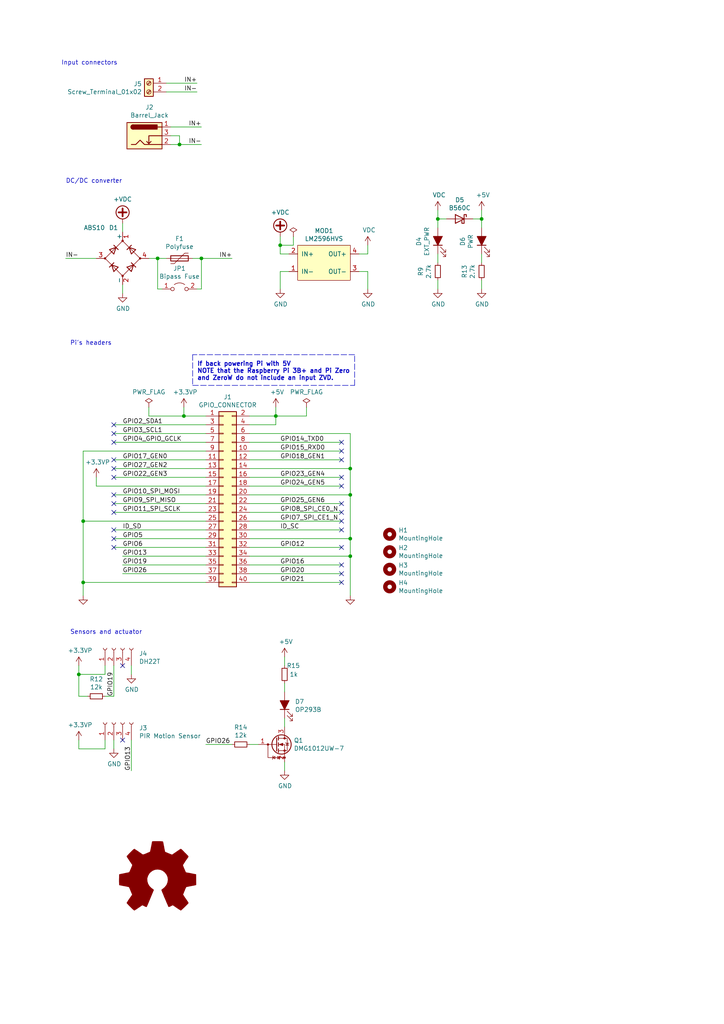
<source format=kicad_sch>
(kicad_sch (version 20211123) (generator eeschema)
  (paper "A4" portrait)
  (title_block (title "Raspberry Pi Zero (W) uHAT Power hat") (date "2021-12-19") (rev "1.1.0") (comment 1 "This Schematic is licensed under MIT Open Source License."))
  (lib_symbols
    (symbol "Connector:Barrel_Jack_Switch" (pin_names hide)
      (property "Reference" "J" (at 0 5.334 0))
      (property "Value" "Barrel_Jack_Switch" (at 0 -5.08 0))
      (symbol "Barrel_Jack_Switch_0_1"
        (rectangle (start -5.08 3.81) (end 5.08 -3.81) (stroke (width 0.254)) (fill (type background)))
        (arc (start -3.302 3.175) (mid -3.937 2.54) (end -3.302 1.905) (stroke (width 0.254)))
        (arc (start -3.302 3.175) (mid -3.937 2.54) (end -3.302 1.905) (stroke (width 0.254)) (fill (type outline)))
        (polyline (pts (xy 1.27 -2.286) (xy 1.905 -1.651)) (stroke (width 0.254)))
        (polyline (pts (xy 5.08 2.54) (xy 3.81 2.54)) (stroke (width 0.254)))
        (polyline (pts (xy 5.08 0) (xy 1.27 0) (xy 1.27 -2.286) (xy 0.635 -1.651)) (stroke (width 0.254)))
        (polyline (pts (xy -3.81 -2.54) (xy -2.54 -2.54) (xy -1.27 -1.27) (xy 0 -2.54) (xy 2.54 -2.54) (xy 5.08 -2.54)) (stroke (width 0.254)))
        (rectangle (start 3.683 3.175) (end -3.302 1.905) (stroke (width 0.254)) (fill (type outline)))
      )
      (symbol "Barrel_Jack_Switch_1_1"
        (pin passive line (at 7.62 2.54 180) (length 2.54) (name "~") (number "1"))
        (pin passive line (at 7.62 -2.54 180) (length 2.54) (name "~") (number "2"))
        (pin passive line (at 7.62 0 180) (length 2.54) (name "~") (number "3"))
      )
    )
    (symbol "Connector:Conn_01x04_Female" (pin_names (offset 1.016) hide)
      (property "Reference" "J" (at 0 5.08 0))
      (property "Value" "Conn_01x04_Female" (at 0 -7.62 0))
      (symbol "Conn_01x04_Female_1_1"
        (arc (start 0 -4.572) (mid -0.508 -5.08) (end 0 -5.588) (stroke (width 0.1524)))
        (arc (start 0 -2.032) (mid -0.508 -2.54) (end 0 -3.048) (stroke (width 0.1524)))
        (polyline (pts (xy -1.27 -5.08) (xy -0.508 -5.08)) (stroke (width 0.1524)))
        (polyline (pts (xy -1.27 -2.54) (xy -0.508 -2.54)) (stroke (width 0.1524)))
        (polyline (pts (xy -1.27 0) (xy -0.508 0)) (stroke (width 0.1524)))
        (polyline (pts (xy -1.27 2.54) (xy -0.508 2.54)) (stroke (width 0.1524)))
        (arc (start 0 0.508) (mid -0.508 0) (end 0 -0.508) (stroke (width 0.1524)))
        (arc (start 0 3.048) (mid -0.508 2.54) (end 0 2.032) (stroke (width 0.1524)))
        (pin passive line (at -5.08 2.54 0) (length 3.81) (name "Pin_1") (number "1"))
        (pin passive line (at -5.08 0 0) (length 3.81) (name "Pin_2") (number "2"))
        (pin passive line (at -5.08 -2.54 0) (length 3.81) (name "Pin_3") (number "3"))
        (pin passive line (at -5.08 -5.08 0) (length 3.81) (name "Pin_4") (number "4"))
      )
    )
    (symbol "Connector:Screw_Terminal_01x02" (pin_names (offset 1.016) hide)
      (property "Reference" "J" (at 0 2.54 0))
      (property "Value" "Screw_Terminal_01x02" (at 0 -5.08 0))
      (symbol "Screw_Terminal_01x02_1_1"
        (rectangle (start -1.27 1.27) (end 1.27 -3.81) (stroke (width 0.254)) (fill (type background)))
        (circle (center 0 -2.54) (radius 0.635) (stroke (width 0.1524)))
        (polyline (pts (xy -0.5334 -2.2098) (xy 0.3302 -3.048)) (stroke (width 0.1524)))
        (polyline (pts (xy -0.5334 0.3302) (xy 0.3302 -0.508)) (stroke (width 0.1524)))
        (polyline (pts (xy -0.3556 -2.032) (xy 0.508 -2.8702)) (stroke (width 0.1524)))
        (polyline (pts (xy -0.3556 0.508) (xy 0.508 -0.3302)) (stroke (width 0.1524)))
        (circle (center 0 0) (radius 0.635) (stroke (width 0.1524)))
        (pin passive line (at -5.08 0 0) (length 3.81) (name "Pin_1") (number "1"))
        (pin passive line (at -5.08 -2.54 0) (length 3.81) (name "Pin_2") (number "2"))
      )
    )
    (symbol "Connector_Generic:Conn_02x20_Odd_Even" (pin_names (offset 1.016) hide)
      (property "Reference" "J" (at 1.27 25.4 0))
      (property "Value" "Conn_02x20_Odd_Even" (at 1.27 -27.94 0))
      (symbol "Conn_02x20_Odd_Even_1_1"
        (rectangle (start -1.27 -25.273) (end 0 -25.527) (stroke (width 0.1524)))
        (rectangle (start -1.27 -22.733) (end 0 -22.987) (stroke (width 0.1524)))
        (rectangle (start -1.27 -20.193) (end 0 -20.447) (stroke (width 0.1524)))
        (rectangle (start -1.27 -17.653) (end 0 -17.907) (stroke (width 0.1524)))
        (rectangle (start -1.27 -15.113) (end 0 -15.367) (stroke (width 0.1524)))
        (rectangle (start -1.27 -12.573) (end 0 -12.827) (stroke (width 0.1524)))
        (rectangle (start -1.27 -10.033) (end 0 -10.287) (stroke (width 0.1524)))
        (rectangle (start -1.27 -7.493) (end 0 -7.747) (stroke (width 0.1524)))
        (rectangle (start -1.27 -4.953) (end 0 -5.207) (stroke (width 0.1524)))
        (rectangle (start -1.27 -2.413) (end 0 -2.667) (stroke (width 0.1524)))
        (rectangle (start -1.27 0.127) (end 0 -0.127) (stroke (width 0.1524)))
        (rectangle (start -1.27 2.667) (end 0 2.413) (stroke (width 0.1524)))
        (rectangle (start -1.27 5.207) (end 0 4.953) (stroke (width 0.1524)))
        (rectangle (start -1.27 7.747) (end 0 7.493) (stroke (width 0.1524)))
        (rectangle (start -1.27 10.287) (end 0 10.033) (stroke (width 0.1524)))
        (rectangle (start -1.27 12.827) (end 0 12.573) (stroke (width 0.1524)))
        (rectangle (start -1.27 15.367) (end 0 15.113) (stroke (width 0.1524)))
        (rectangle (start -1.27 17.907) (end 0 17.653) (stroke (width 0.1524)))
        (rectangle (start -1.27 20.447) (end 0 20.193) (stroke (width 0.1524)))
        (rectangle (start -1.27 22.987) (end 0 22.733) (stroke (width 0.1524)))
        (rectangle (start -1.27 24.13) (end 3.81 -26.67) (stroke (width 0.254)) (fill (type background)))
        (rectangle (start 3.81 -25.273) (end 2.54 -25.527) (stroke (width 0.1524)))
        (rectangle (start 3.81 -22.733) (end 2.54 -22.987) (stroke (width 0.1524)))
        (rectangle (start 3.81 -20.193) (end 2.54 -20.447) (stroke (width 0.1524)))
        (rectangle (start 3.81 -17.653) (end 2.54 -17.907) (stroke (width 0.1524)))
        (rectangle (start 3.81 -15.113) (end 2.54 -15.367) (stroke (width 0.1524)))
        (rectangle (start 3.81 -12.573) (end 2.54 -12.827) (stroke (width 0.1524)))
        (rectangle (start 3.81 -10.033) (end 2.54 -10.287) (stroke (width 0.1524)))
        (rectangle (start 3.81 -7.493) (end 2.54 -7.747) (stroke (width 0.1524)))
        (rectangle (start 3.81 -4.953) (end 2.54 -5.207) (stroke (width 0.1524)))
        (rectangle (start 3.81 -2.413) (end 2.54 -2.667) (stroke (width 0.1524)))
        (rectangle (start 3.81 0.127) (end 2.54 -0.127) (stroke (width 0.1524)))
        (rectangle (start 3.81 2.667) (end 2.54 2.413) (stroke (width 0.1524)))
        (rectangle (start 3.81 5.207) (end 2.54 4.953) (stroke (width 0.1524)))
        (rectangle (start 3.81 7.747) (end 2.54 7.493) (stroke (width 0.1524)))
        (rectangle (start 3.81 10.287) (end 2.54 10.033) (stroke (width 0.1524)))
        (rectangle (start 3.81 12.827) (end 2.54 12.573) (stroke (width 0.1524)))
        (rectangle (start 3.81 15.367) (end 2.54 15.113) (stroke (width 0.1524)))
        (rectangle (start 3.81 17.907) (end 2.54 17.653) (stroke (width 0.1524)))
        (rectangle (start 3.81 20.447) (end 2.54 20.193) (stroke (width 0.1524)))
        (rectangle (start 3.81 22.987) (end 2.54 22.733) (stroke (width 0.1524)))
        (pin passive line (at -5.08 22.86 0) (length 3.81) (name "Pin_1") (number "1"))
        (pin passive line (at 7.62 12.7 180) (length 3.81) (name "Pin_10") (number "10"))
        (pin passive line (at -5.08 10.16 0) (length 3.81) (name "Pin_11") (number "11"))
        (pin passive line (at 7.62 10.16 180) (length 3.81) (name "Pin_12") (number "12"))
        (pin passive line (at -5.08 7.62 0) (length 3.81) (name "Pin_13") (number "13"))
        (pin passive line (at 7.62 7.62 180) (length 3.81) (name "Pin_14") (number "14"))
        (pin passive line (at -5.08 5.08 0) (length 3.81) (name "Pin_15") (number "15"))
        (pin passive line (at 7.62 5.08 180) (length 3.81) (name "Pin_16") (number "16"))
        (pin passive line (at -5.08 2.54 0) (length 3.81) (name "Pin_17") (number "17"))
        (pin passive line (at 7.62 2.54 180) (length 3.81) (name "Pin_18") (number "18"))
        (pin passive line (at -5.08 0 0) (length 3.81) (name "Pin_19") (number "19"))
        (pin passive line (at 7.62 22.86 180) (length 3.81) (name "Pin_2") (number "2"))
        (pin passive line (at 7.62 0 180) (length 3.81) (name "Pin_20") (number "20"))
        (pin passive line (at -5.08 -2.54 0) (length 3.81) (name "Pin_21") (number "21"))
        (pin passive line (at 7.62 -2.54 180) (length 3.81) (name "Pin_22") (number "22"))
        (pin passive line (at -5.08 -5.08 0) (length 3.81) (name "Pin_23") (number "23"))
        (pin passive line (at 7.62 -5.08 180) (length 3.81) (name "Pin_24") (number "24"))
        (pin passive line (at -5.08 -7.62 0) (length 3.81) (name "Pin_25") (number "25"))
        (pin passive line (at 7.62 -7.62 180) (length 3.81) (name "Pin_26") (number "26"))
        (pin passive line (at -5.08 -10.16 0) (length 3.81) (name "Pin_27") (number "27"))
        (pin passive line (at 7.62 -10.16 180) (length 3.81) (name "Pin_28") (number "28"))
        (pin passive line (at -5.08 -12.7 0) (length 3.81) (name "Pin_29") (number "29"))
        (pin passive line (at -5.08 20.32 0) (length 3.81) (name "Pin_3") (number "3"))
        (pin passive line (at 7.62 -12.7 180) (length 3.81) (name "Pin_30") (number "30"))
        (pin passive line (at -5.08 -15.24 0) (length 3.81) (name "Pin_31") (number "31"))
        (pin passive line (at 7.62 -15.24 180) (length 3.81) (name "Pin_32") (number "32"))
        (pin passive line (at -5.08 -17.78 0) (length 3.81) (name "Pin_33") (number "33"))
        (pin passive line (at 7.62 -17.78 180) (length 3.81) (name "Pin_34") (number "34"))
        (pin passive line (at -5.08 -20.32 0) (length 3.81) (name "Pin_35") (number "35"))
        (pin passive line (at 7.62 -20.32 180) (length 3.81) (name "Pin_36") (number "36"))
        (pin passive line (at -5.08 -22.86 0) (length 3.81) (name "Pin_37") (number "37"))
        (pin passive line (at 7.62 -22.86 180) (length 3.81) (name "Pin_38") (number "38"))
        (pin passive line (at -5.08 -25.4 0) (length 3.81) (name "Pin_39") (number "39"))
        (pin passive line (at 7.62 20.32 180) (length 3.81) (name "Pin_4") (number "4"))
        (pin passive line (at 7.62 -25.4 180) (length 3.81) (name "Pin_40") (number "40"))
        (pin passive line (at -5.08 17.78 0) (length 3.81) (name "Pin_5") (number "5"))
        (pin passive line (at 7.62 17.78 180) (length 3.81) (name "Pin_6") (number "6"))
        (pin passive line (at -5.08 15.24 0) (length 3.81) (name "Pin_7") (number "7"))
        (pin passive line (at 7.62 15.24 180) (length 3.81) (name "Pin_8") (number "8"))
        (pin passive line (at -5.08 12.7 0) (length 3.81) (name "Pin_9") (number "9"))
      )
    )
    (symbol "Device:D_Bridge_+-AA" (pin_names (offset 0))
      (property "Reference" "D" (at 2.54 6.985 0))
      (property "Value" "D_Bridge_+-AA" (at 2.54 5.08 0))
      (symbol "D_Bridge_+-AA_0_1"
        (circle (center -5.08 0) (radius 0.254) (fill (type outline)))
        (circle (center 0 -5.08) (radius 0.254) (fill (type outline)))
        (polyline (pts (xy -2.54 3.81) (xy -1.27 2.54)) (stroke (width 0.254)))
        (polyline (pts (xy -1.27 -2.54) (xy -2.54 -3.81)) (stroke (width 0.254)))
        (polyline (pts (xy 2.54 -1.27) (xy 3.81 -2.54)) (stroke (width 0.254)))
        (polyline (pts (xy 2.54 1.27) (xy 3.81 2.54)) (stroke (width 0.254)))
        (polyline (pts (xy -3.81 2.54) (xy -2.54 1.27) (xy -1.905 3.175) (xy -3.81 2.54)) (stroke (width 0.254)))
        (polyline (pts (xy -2.54 -1.27) (xy -3.81 -2.54) (xy -1.905 -3.175) (xy -2.54 -1.27)) (stroke (width 0.254)))
        (polyline (pts (xy 1.27 2.54) (xy 2.54 3.81) (xy 3.175 1.905) (xy 1.27 2.54)) (stroke (width 0.254)))
        (polyline (pts (xy 3.175 -1.905) (xy 1.27 -2.54) (xy 2.54 -3.81) (xy 3.175 -1.905)) (stroke (width 0.254)))
        (polyline (pts (xy -5.08 0) (xy 0 -5.08) (xy 5.08 0) (xy 0 5.08) (xy -5.08 0)))
        (circle (center 0 5.08) (radius 0.254) (fill (type outline)))
        (circle (center 5.08 0) (radius 0.254) (fill (type outline)))
      )
      (symbol "D_Bridge_+-AA_1_1"
        (pin passive line (at 7.62 0 180) (length 2.54) (name "+") (number "1"))
        (pin passive line (at -7.62 0 0) (length 2.54) (name "-") (number "2"))
        (pin passive line (at 0 7.62 270) (length 2.54) (name "~") (number "3"))
        (pin passive line (at 0 -7.62 90) (length 2.54) (name "~") (number "4"))
      )
    )
    (symbol "Device:D_Schottky" (pin_numbers hide) (pin_names (offset 1.016) hide)
      (property "Reference" "D" (at 0 2.54 0))
      (property "Value" "D_Schottky" (at 0 -2.54 0))
      (symbol "D_Schottky_0_1"
        (polyline (pts (xy 1.27 0) (xy -1.27 0)))
        (polyline (pts (xy 1.27 1.27) (xy 1.27 -1.27) (xy -1.27 0) (xy 1.27 1.27)) (stroke (width 0.254)))
        (polyline (pts (xy -1.905 0.635) (xy -1.905 1.27) (xy -1.27 1.27) (xy -1.27 -1.27) (xy -0.635 -1.27) (xy -0.635 -0.635)) (stroke (width 0.254)))
      )
      (symbol "D_Schottky_1_1"
        (pin passive line (at -3.81 0 0) (length 2.54) (name "K") (number "1"))
        (pin passive line (at 3.81 0 180) (length 2.54) (name "A") (number "2"))
      )
    )
    (symbol "Device:LED_ALT" (pin_numbers hide) (pin_names (offset 1.016) hide)
      (property "Reference" "D" (at 0 2.54 0))
      (property "Value" "Device_LED_ALT" (at 0 -2.54 0))
      (symbol "LED_ALT_0_1"
        (polyline (pts (xy -1.27 -1.27) (xy -1.27 1.27)) (stroke (width 0.254)))
        (polyline (pts (xy -1.27 0) (xy 1.27 0)))
        (polyline (pts (xy 1.27 -1.27) (xy 1.27 1.27) (xy -1.27 0) (xy 1.27 -1.27)) (stroke (width 0.254)) (fill (type outline)))
        (polyline (pts (xy -3.048 -0.762) (xy -4.572 -2.286) (xy -3.81 -2.286) (xy -4.572 -2.286) (xy -4.572 -1.524)))
        (polyline (pts (xy -1.778 -0.762) (xy -3.302 -2.286) (xy -2.54 -2.286) (xy -3.302 -2.286) (xy -3.302 -1.524)))
      )
      (symbol "LED_ALT_1_1"
        (pin passive line (at -3.81 0 0) (length 2.54) (name "K") (number "1"))
        (pin passive line (at 3.81 0 180) (length 2.54) (name "A") (number "2"))
      )
    )
    (symbol "Device:Polyfuse" (pin_numbers hide) (pin_names (offset 0))
      (property "Reference" "F" (at -2.54 0 90))
      (property "Value" "Polyfuse" (at 2.54 0 90))
      (symbol "Polyfuse_0_1"
        (rectangle (start -0.762 2.54) (end 0.762 -2.54) (stroke (width 0.254)))
        (polyline (pts (xy 0 2.54) (xy 0 -2.54)))
        (polyline (pts (xy -1.524 2.54) (xy -1.524 1.524) (xy 1.524 -1.524) (xy 1.524 -2.54)))
      )
      (symbol "Polyfuse_1_1"
        (pin passive line (at 0 3.81 270) (length 1.27) (name "~") (number "1"))
        (pin passive line (at 0 -3.81 90) (length 1.27) (name "~") (number "2"))
      )
    )
    (symbol "Device:R_Small" (pin_numbers hide) (pin_names (offset 0.254) hide)
      (property "Reference" "R" (at 0.762 0.508 0))
      (property "Value" "R_Small" (at 0.762 -1.016 0))
      (symbol "R_Small_0_1"
        (rectangle (start -0.762 1.778) (end 0.762 -1.778) (stroke (width 0.2032)))
      )
      (symbol "R_Small_1_1"
        (pin passive line (at 0 2.54 270) (length 0.762) (name "~") (number "1"))
        (pin passive line (at 0 -2.54 90) (length 0.762) (name "~") (number "2"))
      )
    )
    (symbol "Graphic:Logo_Open_Hardware_Large" (pin_names (offset 1.016))
      (symbol "Logo_Open_Hardware_Large_1_1"
        (polyline (pts (xy 6.731 -8.7122) (xy 6.6294 -8.6614) (xy 6.35 -8.4836) (xy 5.9944 -8.255) (xy 5.5372 -7.9502) (xy 5.1054 -7.6454) (xy 4.7498 -7.4168) (xy 4.4958 -7.239) (xy 4.3942 -7.1882) (xy 4.318 -7.2136) (xy 4.1148 -7.3152) (xy 3.81 -7.4676) (xy 3.6322 -7.5692) (xy 3.3528 -7.6708) (xy 3.2258 -7.6962) (xy 3.2004 -7.6708) (xy 3.0988 -7.4676) (xy 2.9464 -7.0866) (xy 2.7178 -6.604) (xy 2.4892 -6.0452) (xy 2.2352 -5.4356) (xy 1.9558 -4.826) (xy 1.7272 -4.2164) (xy 1.4986 -3.683) (xy 1.3208 -3.2512) (xy 1.2192 -2.9464) (xy 1.1684 -2.8194) (xy 1.1938 -2.794) (xy 1.3208 -2.667) (xy 1.5748 -2.4892) (xy 2.0828 -2.0574) (xy 2.6162 -1.397) (xy 2.921 -0.6604) (xy 3.048 0.1524) (xy 2.9464 0.9144) (xy 2.6416 1.6256) (xy 2.1336 2.286) (xy 1.524 2.7686) (xy 0.8128 3.0734) (xy 0 3.175) (xy -0.762 3.0988) (xy -1.4986 2.794) (xy -2.159 2.286) (xy -2.4384 1.9812) (xy -2.8194 1.3208) (xy -3.048 0.6096) (xy -3.0734 0.4318) (xy -3.0226 -0.3556) (xy -2.794 -1.0922) (xy -2.3876 -1.7526) (xy -1.8288 -2.3114) (xy -1.7526 -2.3622) (xy -1.4732 -2.5654) (xy -1.2954 -2.6924) (xy -1.1684 -2.8194) (xy -2.159 -5.207) (xy -2.3114 -5.588) (xy -2.5908 -6.2484) (xy -2.8194 -6.8072) (xy -3.0226 -7.2644) (xy -3.1496 -7.5692) (xy -3.2258 -7.6708) (xy -3.2258 -7.6962) (xy -3.302 -7.6962) (xy -3.4798 -7.6454) (xy -3.8354 -7.4676) (xy -4.0386 -7.366) (xy -4.2926 -7.239) (xy -4.4196 -7.1882) (xy -4.5212 -7.239) (xy -4.7498 -7.3914) (xy -5.1054 -7.6454) (xy -5.5372 -7.9248) (xy -5.9436 -8.2042) (xy -6.3246 -8.4582) (xy -6.604 -8.636) (xy -6.731 -8.7122) (xy -6.7564 -8.7122) (xy -6.858 -8.636) (xy -7.0866 -8.4582) (xy -7.4168 -8.1534) (xy -7.874 -7.6962) (xy -7.9502 -7.62) (xy -8.3312 -7.239) (xy -8.636 -6.9088) (xy -8.8392 -6.6802) (xy -8.9154 -6.5786) (xy -8.9154 -6.5786) (xy -8.8392 -6.4516) (xy -8.6614 -6.1722) (xy -8.4328 -5.7912) (xy -8.128 -5.3594) (xy -7.3152 -4.191) (xy -7.7724 -3.0988) (xy -7.8994 -2.7686) (xy -8.0772 -2.3622) (xy -8.2042 -2.0828) (xy -8.255 -1.9558) (xy -8.382 -1.905) (xy -8.6614 -1.8542) (xy -9.0932 -1.7526) (xy -9.6266 -1.651) (xy -10.1092 -1.5748) (xy -10.541 -1.4732) (xy -10.8712 -1.4224) (xy -11.0236 -1.397) (xy -11.049 -1.3716) (xy -11.0744 -1.2954) (xy -11.0998 -1.143) (xy -11.0998 -0.889) (xy -11.1252 -0.4572) (xy -11.1252 0.1524) (xy -11.1252 0.2286) (xy -11.0998 0.8128) (xy -11.0998 1.27) (xy -11.0744 1.5494) (xy -11.0744 1.6764) (xy -11.0744 1.6764) (xy -10.922 1.7018) (xy -10.6172 1.778) (xy -10.16 1.8542) (xy -9.652 1.9558) (xy -9.6012 1.9812) (xy -9.0932 2.0828) (xy -8.636 2.159) (xy -8.3312 2.2352) (xy -8.2042 2.286) (xy -8.1788 2.3114) (xy -8.0772 2.5146) (xy -7.9248 2.8448) (xy -7.747 3.2512) (xy -7.5692 3.6576) (xy -7.4168 4.0386) (xy -7.3152 4.318) (xy -7.2898 4.445) (xy -7.2898 4.445) (xy -7.366 4.572) (xy -7.5438 4.826) (xy -7.7978 5.207) (xy -8.128 5.6642) (xy -8.128 5.6896) (xy -8.4328 6.1468) (xy -8.6868 6.5278) (xy -8.8392 6.7818) (xy -8.9154 6.9088) (xy -8.9154 6.9088) (xy -8.8138 7.0358) (xy -8.5852 7.2898) (xy -8.255 7.6454) (xy -7.874 8.0264) (xy -7.747 8.1534) (xy -7.3152 8.5852) (xy -7.0104 8.8646) (xy -6.8326 8.9916) (xy -6.731 9.0424) (xy -6.731 9.0424) (xy -6.604 8.9408) (xy -6.3246 8.763) (xy -5.9436 8.509) (xy -5.4864 8.2042) (xy -5.461 8.1788) (xy -5.0038 7.874) (xy -4.6482 7.62) (xy -4.3688 7.4422) (xy -4.2672 7.3914) (xy -4.2418 7.3914) (xy -4.064 7.4422) (xy -3.7338 7.5438) (xy -3.3528 7.6962) (xy -2.9464 7.874) (xy -2.5654 8.0264) (xy -2.286 8.1534) (xy -2.159 8.2296) (xy -2.159 8.2296) (xy -2.1082 8.382) (xy -2.032 8.7122) (xy -1.9304 9.1694) (xy -1.8288 9.7282) (xy -1.8034 9.8044) (xy -1.7018 10.3378) (xy -1.6256 10.7696) (xy -1.5748 11.0744) (xy -1.524 11.2014) (xy -1.4478 11.2268) (xy -1.1938 11.2522) (xy -0.8128 11.2522) (xy -0.3302 11.2522) (xy 0.1524 11.2522) (xy 0.6604 11.2522) (xy 1.0668 11.2268) (xy 1.3716 11.2014) (xy 1.4986 11.176) (xy 1.4986 11.176) (xy 1.5494 11.0236) (xy 1.6256 10.6934) (xy 1.7018 10.2108) (xy 1.8288 9.6774) (xy 1.8288 9.5758) (xy 1.9304 9.0424) (xy 2.032 8.6106) (xy 2.0828 8.3058) (xy 2.1336 8.2042) (xy 2.159 8.1788) (xy 2.3876 8.0772) (xy 2.7432 7.9248) (xy 3.175 7.747) (xy 4.191 7.3406) (xy 5.461 8.2042) (xy 5.5626 8.2804) (xy 6.0198 8.5852) (xy 6.3754 8.8392) (xy 6.6294 8.9916) (xy 6.7564 9.0424) (xy 6.7564 9.0424) (xy 6.8834 8.9408) (xy 7.1374 8.7122) (xy 7.4676 8.382) (xy 7.8486 7.9756) (xy 8.1534 7.6962) (xy 8.4836 7.3406) (xy 8.7122 7.112) (xy 8.8392 6.9596) (xy 8.8646 6.858) (xy 8.8646 6.8072) (xy 8.7884 6.6802) (xy 8.6106 6.4008) (xy 8.3312 6.0198) (xy 8.0264 5.588) (xy 7.7978 5.207) (xy 7.5184 4.8006) (xy 7.3406 4.4958) (xy 7.2898 4.3434) (xy 7.2898 4.2926) (xy 7.3914 4.0386) (xy 7.5184 3.683) (xy 7.7216 3.2258) (xy 8.1534 2.2352) (xy 8.7884 2.1082) (xy 9.1948 2.0574) (xy 9.7536 1.9304) (xy 10.2616 1.8288) (xy 11.0998 1.6764) (xy 11.1252 -1.3208) (xy 10.9982 -1.3716) (xy 10.8712 -1.397) (xy 10.5664 -1.4732) (xy 10.1346 -1.5494) (xy 9.6266 -1.651) (xy 9.1948 -1.7272) (xy 8.7376 -1.8288) (xy 8.4328 -1.8796) (xy 8.2804 -1.905) (xy 8.255 -1.9558) (xy 8.1534 -2.159) (xy 7.9756 -2.5146) (xy 7.8232 -2.921) (xy 7.6454 -3.3274) (xy 7.493 -3.7338) (xy 7.366 -4.0132) (xy 7.3406 -4.191) (xy 7.3914 -4.2926) (xy 7.5692 -4.5466) (xy 7.7978 -4.9276) (xy 8.1026 -5.3594) (xy 8.4074 -5.7912) (xy 8.6614 -6.1722) (xy 8.8138 -6.4262) (xy 8.89 -6.5532) (xy 8.8646 -6.6548) (xy 8.6868 -6.858) (xy 8.3566 -7.1882) (xy 7.874 -7.6708) (xy 7.7978 -7.747) (xy 7.3914 -8.128) (xy 7.0612 -8.4328) (xy 6.8326 -8.636) (xy 6.731 -8.7122)) (fill (type outline)))
      )
    )
    (symbol "Jumper:Jumper_2_Open" (pin_names (offset 0) hide)
      (property "Reference" "JP" (at 0 2.794 0))
      (property "Value" "Jumper_2_Open" (at 0 -2.286 0))
      (symbol "Jumper_2_Open_0_0"
        (circle (center -2.032 0) (radius 0.508))
        (circle (center 2.032 0) (radius 0.508))
      )
      (symbol "Jumper_2_Open_0_1"
        (arc (start 1.524 1.27) (mid 0 1.778) (end -1.524 1.27))
      )
      (symbol "Jumper_2_Open_1_1"
        (pin passive line (at -5.08 0 0) (length 2.54) (name "A") (number "1"))
        (pin passive line (at 5.08 0 180) (length 2.54) (name "B") (number "2"))
      )
    )
    (symbol "Mechanical:MountingHole" (pin_names (offset 1.016))
      (property "Reference" "H" (at 0 5.08 0))
      (property "Value" "MountingHole" (at 0 3.175 0))
      (symbol "MountingHole_0_1"
        (circle (center 0 0) (radius 1.27) (stroke (width 1.27)))
      )
    )
    (symbol "Module_LM2596HVS:LM2596HVS" (pin_names (offset 1.016))
      (property "Reference" "MOD" (at 0 6.35 0))
      (property "Value" "LM2596HVS" (at 0 8.89 0))
      (symbol "LM2596HVS_0_1"
        (rectangle (start -7.62 5.08) (end 7.62 -5.08) (fill (type background)))
      )
      (symbol "LM2596HVS_1_1"
        (pin power_in line (at -10.16 -2.54 0) (length 2.54) (name "IN-") (number "1"))
        (pin power_in line (at -10.16 2.54 0) (length 2.54) (name "IN+") (number "2"))
        (pin power_out line (at 10.16 -2.54 180) (length 2.54) (name "OUT-") (number "3"))
        (pin power_out line (at 10.16 2.54 180) (length 2.54) (name "OUT+") (number "4"))
      )
    )
    (symbol "Transistor_FET:DMG1012T" (pin_names (offset 0) hide)
      (property "Reference" "Q" (at 5.08 1.905 0))
      (property "Value" "DMG1012T" (at 5.08 0 0))
      (symbol "DMG1012T_0_1"
        (polyline (pts (xy 2.54 -3.81) (xy -2.286 -3.81) (xy -2.286 0)))
      )
      (symbol "DMG1012T_1_1"
        (circle (center -2.286 0) (radius 0.254) (fill (type outline)))
        (polyline (pts (xy 0.254 0) (xy -2.54 0)))
        (polyline (pts (xy 0.254 1.905) (xy 0.254 -1.905)) (stroke (width 0.254)))
        (polyline (pts (xy 0.762 -1.27) (xy 0.762 -2.286)) (stroke (width 0.254)))
        (polyline (pts (xy 0.762 0.508) (xy 0.762 -0.508)) (stroke (width 0.254)))
        (polyline (pts (xy 0.762 2.286) (xy 0.762 1.27)) (stroke (width 0.254)))
        (polyline (pts (xy 2.54 2.54) (xy 2.54 1.778)))
        (polyline (pts (xy 2.54 -2.54) (xy 2.54 0) (xy 0.762 0)))
        (polyline (pts (xy -1.016 -4.318) (xy -0.889 -4.191) (xy -0.889 -3.429) (xy -0.762 -3.302)))
        (polyline (pts (xy -0.889 -3.81) (xy -0.254 -4.191) (xy -0.254 -3.429) (xy -0.889 -3.81)))
        (polyline (pts (xy 0.762 -1.778) (xy 3.302 -1.778) (xy 3.302 1.778) (xy 0.762 1.778)))
        (polyline (pts (xy 1.016 0) (xy 2.032 0.381) (xy 2.032 -0.381) (xy 1.016 0)) (fill (type outline)))
        (polyline (pts (xy 1.143 -3.81) (xy 0.508 -3.429) (xy 0.508 -4.191) (xy 1.143 -3.81)))
        (polyline (pts (xy 1.27 -3.302) (xy 1.143 -3.429) (xy 1.143 -4.191) (xy 1.016 -4.318)))
        (polyline (pts (xy 2.794 0.508) (xy 2.921 0.381) (xy 3.683 0.381) (xy 3.81 0.254)))
        (polyline (pts (xy 3.302 0.381) (xy 2.921 -0.254) (xy 3.683 -0.254) (xy 3.302 0.381)))
        (circle (center 1.651 0) (radius 2.794) (stroke (width 0.254)))
        (circle (center 2.54 -3.81) (radius 0.254) (fill (type outline)))
        (circle (center 2.54 -1.778) (radius 0.254) (fill (type outline)))
        (circle (center 2.54 1.778) (radius 0.254) (fill (type outline)))
        (pin input line (at -5.08 0 0) (length 2.54) (name "G") (number "1"))
        (pin passive line (at 2.54 -5.08 90) (length 2.54) (name "S") (number "2"))
        (pin passive line (at 2.54 5.08 270) (length 2.54) (name "D") (number "3"))
      )
    )
    (symbol "power:+3.3VP" (power) (pin_names (offset 0))
      (property "Value" "+3.3VP" (at 0 2.54 0))
      (symbol "+3.3VP_0_0"
        (pin power_in line (at 0 0 90) (length 0) hide (name "+3.3VP") (number "1"))
      )
      (symbol "+3.3VP_0_1"
        (polyline (pts (xy -0.762 1.27) (xy 0 2.54)))
        (polyline (pts (xy 0 0) (xy 0 2.54)))
        (polyline (pts (xy 0 2.54) (xy 0.762 1.27)))
      )
    )
    (symbol "power:+5V" (power) (pin_names (offset 0))
      (property "Value" "+5V" (at 0 3.556 0))
      (symbol "+5V_0_1"
        (polyline (pts (xy -0.762 1.27) (xy 0 2.54)))
        (polyline (pts (xy 0 0) (xy 0 2.54)))
        (polyline (pts (xy 0 2.54) (xy 0.762 1.27)))
      )
      (symbol "+5V_1_1"
        (pin power_in line (at 0 0 90) (length 0) hide (name "+5V") (number "1"))
      )
    )
    (symbol "power:+VDC" (power) (pin_names (offset 0))
      (property "Value" "+VDC" (at 0 6.35 0))
      (symbol "+VDC_0_1"
        (polyline (pts (xy -1.143 3.175) (xy 1.143 3.175)) (stroke (width 0.508)))
        (polyline (pts (xy 0 0) (xy 0 1.27)))
        (polyline (pts (xy 0 2.032) (xy 0 4.318)) (stroke (width 0.508)))
        (circle (center 0 3.175) (radius 1.905) (stroke (width 0.254)))
      )
      (symbol "+VDC_1_1"
        (pin power_in line (at 0 0 90) (length 0) hide (name "+VDC") (number "1"))
      )
    )
    (symbol "power:GND" (power) (pin_names (offset 0))
      (property "Value" "GND" (at 0 -3.81 0))
      (symbol "GND_0_1"
        (polyline (pts (xy 0 0) (xy 0 -1.27) (xy 1.27 -1.27) (xy 0 -2.54) (xy -1.27 -1.27) (xy 0 -1.27)))
      )
      (symbol "GND_1_1"
        (pin power_in line (at 0 0 270) (length 0) hide (name "GND") (number "1"))
      )
    )
    (symbol "power:PWR_FLAG" (power) (pin_numbers hide) (pin_names (offset 0) hide)
      (property "Value" "PWR_FLAG" (at 0 3.81 0))
      (symbol "PWR_FLAG_0_0"
        (pin power_out line (at 0 0 90) (length 0) (name "pwr") (number "1"))
      )
      (symbol "PWR_FLAG_0_1"
        (polyline (pts (xy 0 0) (xy 0 1.27) (xy -1.016 1.905) (xy 0 2.54) (xy 1.016 1.905) (xy 0 1.27)))
      )
    )
    (symbol "power:VDC" (power) (pin_names (offset 0))
      (property "Value" "VDC" (at 0 6.35 0))
      (symbol "VDC_0_1"
        (polyline (pts (xy -0.762 1.27) (xy 0 2.54)))
        (polyline (pts (xy 0 0) (xy 0 2.54)))
        (polyline (pts (xy 0 2.54) (xy 0.762 1.27)))
      )
      (symbol "VDC_1_1"
        (pin power_in line (at 0 0 90) (length 0) hide (name "VDC") (number "1"))
      )
    )
  )
  (junction (at 53.34 120.65))
  (junction (at 139.7 63.5))
  (junction (at 81.28 71.12))
  (junction (at 58.42 74.93))
  (junction (at 101.6 161.29))
  (junction (at 101.6 135.89))
  (junction (at 101.6 156.21))
  (junction (at 101.6 143.51))
  (junction (at 127 63.5))
  (junction (at 45.72 74.93))
  (junction (at 24.13 168.91))
  (junction (at 52.07 41.91))
  (junction (at 24.13 151.13))
  (junction (at 80.01 120.65))
  (junction (at 22.86 195.58))
  (no_connect (at 99.06 153.67))
  (no_connect (at 99.06 168.91))
  (no_connect (at 33.02 148.59))
  (no_connect (at 99.06 158.75))
  (no_connect (at 99.06 128.27))
  (no_connect (at 33.02 133.35))
  (no_connect (at 99.06 140.97))
  (no_connect (at 33.02 135.89))
  (no_connect (at 99.06 146.05))
  (no_connect (at 33.02 143.51))
  (no_connect (at 99.06 130.81))
  (no_connect (at 33.02 158.75))
  (no_connect (at 33.02 153.67))
  (no_connect (at 99.06 148.59))
  (no_connect (at 35.56 214.63))
  (no_connect (at 33.02 125.73))
  (no_connect (at 33.02 156.21))
  (no_connect (at 99.06 163.83))
  (no_connect (at 35.56 193.04))
  (no_connect (at 99.06 133.35))
  (no_connect (at 33.02 128.27))
  (no_connect (at 33.02 138.43))
  (no_connect (at 33.02 146.05))
  (no_connect (at 99.06 138.43))
  (no_connect (at 33.02 123.19))
  (no_connect (at 99.06 151.13))
  (no_connect (at 99.06 166.37))
  (wire (pts (xy 80.01 123.19) (xy 80.01 120.65)))
  (wire (pts (xy 106.68 78.74) (xy 106.68 83.82)))
  (wire (pts (xy 53.34 120.65) (xy 53.34 118.11)))
  (wire (pts (xy 101.6 161.29) (xy 101.6 172.72)))
  (polyline (pts (xy 102.87 102.87) (xy 55.88 102.87)))
  (wire (pts (xy 33.02 146.05) (xy 59.69 146.05)))
  (wire (pts (xy 72.39 215.9) (xy 74.93 215.9)))
  (wire (pts (xy 72.39 130.81) (xy 99.06 130.81)))
  (wire (pts (xy 72.39 168.91) (xy 99.06 168.91)))
  (wire (pts (xy 139.7 63.5) (xy 139.7 66.04)))
  (wire (pts (xy 88.9 118.11) (xy 88.9 120.65)))
  (wire (pts (xy 72.39 120.65) (xy 80.01 120.65)))
  (wire (pts (xy 72.39 133.35) (xy 99.06 133.35)))
  (wire (pts (xy 49.53 39.37) (xy 52.07 39.37)))
  (wire (pts (xy 82.55 220.98) (xy 82.55 223.52)))
  (wire (pts (xy 33.02 125.73) (xy 59.69 125.73)))
  (wire (pts (xy 72.39 138.43) (xy 99.06 138.43)))
  (wire (pts (xy 27.94 74.93) (xy 19.05 74.93)))
  (wire (pts (xy 127 83.82) (xy 127 81.28)))
  (wire (pts (xy 59.69 151.13) (xy 24.13 151.13)))
  (wire (pts (xy 33.02 138.43) (xy 59.69 138.43)))
  (wire (pts (xy 35.56 64.77) (xy 35.56 67.31)))
  (wire (pts (xy 82.55 208.28) (xy 82.55 210.82)))
  (wire (pts (xy 33.02 158.75) (xy 59.69 158.75)))
  (wire (pts (xy 72.39 151.13) (xy 99.06 151.13)))
  (wire (pts (xy 53.34 120.65) (xy 59.69 120.65)))
  (wire (pts (xy 57.15 83.82) (xy 58.42 83.82)))
  (wire (pts (xy 81.28 78.74) (xy 83.82 78.74)))
  (wire (pts (xy 33.02 148.59) (xy 59.69 148.59)))
  (wire (pts (xy 48.26 74.93) (xy 45.72 74.93)))
  (wire (pts (xy 35.56 161.29) (xy 59.69 161.29)))
  (wire (pts (xy 22.86 201.93) (xy 25.4 201.93)))
  (wire (pts (xy 82.55 190.5) (xy 82.55 193.04)))
  (wire (pts (xy 22.86 195.58) (xy 22.86 201.93)))
  (wire (pts (xy 137.16 63.5) (xy 139.7 63.5)))
  (wire (pts (xy 72.39 123.19) (xy 80.01 123.19)))
  (wire (pts (xy 58.42 74.93) (xy 67.31 74.93)))
  (wire (pts (xy 72.39 148.59) (xy 99.06 148.59)))
  (wire (pts (xy 59.69 168.91) (xy 24.13 168.91)))
  (wire (pts (xy 72.39 163.83) (xy 99.06 163.83)))
  (wire (pts (xy 45.72 83.82) (xy 46.99 83.82)))
  (wire (pts (xy 52.07 39.37) (xy 52.07 41.91)))
  (wire (pts (xy 72.39 166.37) (xy 99.06 166.37)))
  (wire (pts (xy 33.02 156.21) (xy 59.69 156.21)))
  (wire (pts (xy 33.02 193.04) (xy 33.02 201.93)))
  (wire (pts (xy 27.94 140.97) (xy 27.94 138.43)))
  (wire (pts (xy 72.39 156.21) (xy 101.6 156.21)))
  (wire (pts (xy 127 60.96) (xy 127 63.5)))
  (wire (pts (xy 139.7 60.96) (xy 139.7 63.5)))
  (wire (pts (xy 106.68 73.66) (xy 104.14 73.66)))
  (wire (pts (xy 35.56 163.83) (xy 59.69 163.83)))
  (wire (pts (xy 43.18 74.93) (xy 45.72 74.93)))
  (wire (pts (xy 59.69 130.81) (xy 24.13 130.81)))
  (polyline (pts (xy 55.88 111.76) (xy 102.87 111.76)))
  (wire (pts (xy 85.09 68.58) (xy 85.09 71.12)))
  (wire (pts (xy 72.39 161.29) (xy 101.6 161.29)))
  (wire (pts (xy 80.01 120.65) (xy 88.9 120.65)))
  (wire (pts (xy 33.02 123.19) (xy 59.69 123.19)))
  (wire (pts (xy 24.13 168.91) (xy 24.13 172.72)))
  (wire (pts (xy 139.7 83.82) (xy 139.7 81.28)))
  (wire (pts (xy 72.39 153.67) (xy 99.06 153.67)))
  (wire (pts (xy 33.02 128.27) (xy 59.69 128.27)))
  (wire (pts (xy 72.39 125.73) (xy 101.6 125.73)))
  (wire (pts (xy 82.55 198.12) (xy 82.55 200.66)))
  (wire (pts (xy 72.39 158.75) (xy 99.06 158.75)))
  (wire (pts (xy 24.13 151.13) (xy 24.13 168.91)))
  (polyline (pts (xy 55.88 102.87) (xy 55.88 111.76)))
  (wire (pts (xy 35.56 166.37) (xy 59.69 166.37)))
  (wire (pts (xy 127 63.5) (xy 127 66.04)))
  (wire (pts (xy 30.48 214.63) (xy 30.48 217.17)))
  (wire (pts (xy 30.48 195.58) (xy 22.86 195.58)))
  (wire (pts (xy 33.02 135.89) (xy 59.69 135.89)))
  (wire (pts (xy 59.69 140.97) (xy 27.94 140.97)))
  (wire (pts (xy 33.02 217.17) (xy 33.02 214.63)))
  (wire (pts (xy 48.26 26.67) (xy 57.15 26.67)))
  (wire (pts (xy 72.39 146.05) (xy 99.06 146.05)))
  (wire (pts (xy 85.09 71.12) (xy 81.28 71.12)))
  (wire (pts (xy 72.39 143.51) (xy 101.6 143.51)))
  (wire (pts (xy 127 76.2) (xy 127 73.66)))
  (wire (pts (xy 80.01 120.65) (xy 80.01 118.11)))
  (wire (pts (xy 30.48 193.04) (xy 30.48 195.58)))
  (polyline (pts (xy 102.87 111.76) (xy 102.87 102.87)))
  (wire (pts (xy 48.26 24.13) (xy 57.15 24.13)))
  (wire (pts (xy 33.02 143.51) (xy 59.69 143.51)))
  (wire (pts (xy 101.6 135.89) (xy 101.6 143.51)))
  (wire (pts (xy 43.18 120.65) (xy 43.18 118.11)))
  (wire (pts (xy 43.18 120.65) (xy 53.34 120.65)))
  (wire (pts (xy 24.13 130.81) (xy 24.13 151.13)))
  (wire (pts (xy 72.39 135.89) (xy 101.6 135.89)))
  (wire (pts (xy 58.42 83.82) (xy 58.42 74.93)))
  (wire (pts (xy 52.07 41.91) (xy 58.42 41.91)))
  (wire (pts (xy 72.39 140.97) (xy 99.06 140.97)))
  (wire (pts (xy 38.1 195.58) (xy 38.1 193.04)))
  (wire (pts (xy 81.28 78.74) (xy 81.28 83.82)))
  (wire (pts (xy 101.6 143.51) (xy 101.6 156.21)))
  (wire (pts (xy 67.31 215.9) (xy 59.69 215.9)))
  (wire (pts (xy 127 63.5) (xy 129.54 63.5)))
  (wire (pts (xy 33.02 133.35) (xy 59.69 133.35)))
  (wire (pts (xy 49.53 36.83) (xy 58.42 36.83)))
  (wire (pts (xy 104.14 78.74) (xy 106.68 78.74)))
  (wire (pts (xy 101.6 156.21) (xy 101.6 161.29)))
  (wire (pts (xy 101.6 125.73) (xy 101.6 135.89)))
  (wire (pts (xy 35.56 82.55) (xy 35.56 85.09)))
  (wire (pts (xy 72.39 128.27) (xy 99.06 128.27)))
  (wire (pts (xy 45.72 74.93) (xy 45.72 83.82)))
  (wire (pts (xy 139.7 76.2) (xy 139.7 73.66)))
  (wire (pts (xy 33.02 201.93) (xy 30.48 201.93)))
  (wire (pts (xy 81.28 68.58) (xy 81.28 71.12)))
  (wire (pts (xy 22.86 214.63) (xy 22.86 217.17)))
  (wire (pts (xy 58.42 74.93) (xy 55.88 74.93)))
  (wire (pts (xy 22.86 193.04) (xy 22.86 195.58)))
  (wire (pts (xy 106.68 71.12) (xy 106.68 73.66)))
  (wire (pts (xy 81.28 73.66) (xy 83.82 73.66)))
  (wire (pts (xy 30.48 217.17) (xy 22.86 217.17)))
  (wire (pts (xy 49.53 41.91) (xy 52.07 41.91)))
  (wire (pts (xy 38.1 214.63) (xy 38.1 223.52)))
  (wire (pts (xy 33.02 153.67) (xy 59.69 153.67)))
  (wire (pts (xy 81.28 71.12) (xy 81.28 73.66)))
  (text "Input connectors" (at 17.78 19.05 0) (effects (font (size 1.27 1.27)) (justify left bottom)))
  (text "DC/DC converter" (at 19.05 53.34 0) (effects (font (size 1.27 1.27)) (justify left bottom)))
  (text "Pi's headers" (at 20.32 100.33 0) (effects (font (size 1.27 1.27)) (justify left bottom)))
  (text "If back powering Pi with 5V \nNOTE that the Raspberry Pi 3B+ and Pi Zero \nand ZeroW do not include an input ZVD." (at 57.15 110.49 0) (effects (font (size 1.27 1.27) (thickness 0.254) bold) (justify left bottom)))
  (text "Sensors and actuator" (at 20.32 184.15 0) (effects (font (size 1.27 1.27)) (justify left bottom)))
  (label "GPIO10_SPI_MOSI" (at 35.56 143.51 0))
  (label "GPIO26" (at 35.56 166.37 0))
  (label "GPIO7_SPI_CE1_N" (at 81.28 151.13 0))
  (label "IN-" (at 57.15 26.67 180))
  (label "GPIO22_GEN3" (at 35.56 138.43 0))
  (label "GPIO13" (at 38.1 223.52 90))
  (label "GPIO19" (at 33.02 201.93 90))
  (label "IN+" (at 67.31 74.93 180))
  (label "GPIO16" (at 81.28 163.83 0))
  (label "ID_SC" (at 81.28 153.67 0))
  (label "GPIO21" (at 81.28 168.91 0))
  (label "IN-" (at 58.42 41.91 180))
  (label "GPIO18_GEN1" (at 81.28 133.35 0))
  (label "GPIO19" (at 35.56 163.83 0))
  (label "GPIO6" (at 35.56 158.75 0))
  (label "IN-" (at 19.05 74.93 0))
  (label "GPIO25_GEN6" (at 81.28 146.05 0))
  (label "GPIO11_SPI_SCLK" (at 35.56 148.59 0))
  (label "GPIO9_SPI_MISO" (at 35.56 146.05 0))
  (label "IN+" (at 58.42 36.83 180))
  (label "GPIO20" (at 81.28 166.37 0))
  (label "GPIO3_SCL1" (at 35.56 125.73 0))
  (label "GPIO12" (at 81.28 158.75 0))
  (label "GPIO24_GEN5" (at 81.28 140.97 0))
  (label "GPIO17_GEN0" (at 35.56 133.35 0))
  (label "GPIO27_GEN2" (at 35.56 135.89 0))
  (label "GPIO4_GPIO_GCLK" (at 35.56 128.27 0))
  (label "ID_SD" (at 35.56 153.67 0))
  (label "GPIO14_TXD0" (at 81.28 128.27 0))
  (label "GPIO5" (at 35.56 156.21 0))
  (label "GPIO15_RXD0" (at 81.28 130.81 0))
  (label "GPIO13" (at 35.56 161.29 0))
  (label "GPIO23_GEN4" (at 81.28 138.43 0))
  (label "IN+" (at 57.15 24.13 180))
  (label "GPIO2_SDA1" (at 35.56 123.19 0))
  (label "GPIO8_SPI_CE0_N" (at 81.28 148.59 0))
  (label "GPIO26" (at 59.69 215.9 0))
  (symbol (lib_id "Connector_Generic:Conn_02x20_Odd_Even") (at 64.77 143.51 0) (unit 1)
    (property "Reference" "J1" (at 66.04 115.1382 0))
    (property "Value" "GPIO_CONNECTOR" (at 66.04 117.4496 0))
    (property "Footprint" "lib:PinSocket_2x20_P2.54mm_Vertical_Centered_Anchor" (effects hide))
  )
  (symbol (lib_id "power:GND") (at 24.13 172.72 0) (unit 1)
    (property "Reference" "#PWR0101" (effects hide))
    (property "Value" "GND" (effects hide))
  )
  (symbol (lib_id "power:GND") (at 101.6 172.72 0) (unit 1)
    (property "Reference" "#PWR0102" (effects hide))
    (property "Value" "GND" (effects hide))
  )
  (symbol (lib_id "power:+5V") (at 80.01 118.11 0) (unit 1)
    (property "Reference" "#PWR0104" (effects hide))
    (property "Value" "+5V" (at 80.391 113.7158 0))
  )
  (symbol (lib_id "power:PWR_FLAG") (at 43.18 118.11 0) (unit 1)
    (property "Reference" "#FLG0101" (effects hide))
    (property "Value" "PWR_FLAG" (at 43.18 113.6904 0))
  )
  (symbol (lib_id "power:PWR_FLAG") (at 88.9 118.11 0) (unit 1)
    (property "Reference" "#FLG0103" (effects hide))
    (property "Value" "PWR_FLAG" (at 88.9 113.6904 0))
  )
  (symbol (lib_id "Mechanical:MountingHole") (at 113.03 154.94 0) (unit 1)
    (property "Reference" "H1" (at 115.57 153.7716 0) (effects (justify left)))
    (property "Value" "MountingHole" (at 115.57 156.083 0) (effects (justify left)))
    (property "Footprint" "lib:MountingHole_2.7mm_M2.5_uHAT_RPi" (effects hide))
  )
  (symbol (lib_id "Mechanical:MountingHole") (at 113.03 160.02 0) (unit 1)
    (property "Reference" "H2" (at 115.57 158.8516 0) (effects (justify left)))
    (property "Value" "MountingHole" (at 115.57 161.163 0) (effects (justify left)))
    (property "Footprint" "lib:MountingHole_2.7mm_M2.5_uHAT_RPi" (effects hide))
  )
  (symbol (lib_id "Mechanical:MountingHole") (at 113.03 165.1 0) (unit 1)
    (property "Reference" "H3" (at 115.57 163.9316 0) (effects (justify left)))
    (property "Value" "MountingHole" (at 115.57 166.243 0) (effects (justify left)))
    (property "Footprint" "lib:MountingHole_2.7mm_M2.5_uHAT_RPi" (effects hide))
  )
  (symbol (lib_id "Mechanical:MountingHole") (at 113.03 170.18 0) (unit 1)
    (property "Reference" "H4" (at 115.57 169.0116 0) (effects (justify left)))
    (property "Value" "MountingHole" (at 115.57 171.323 0) (effects (justify left)))
    (property "Footprint" "lib:MountingHole_2.7mm_M2.5_uHAT_RPi" (effects hide))
  )
  (symbol (lib_id "Graphic:Logo_Open_Hardware_Large") (at 45.72 255.27 0) (unit 1)
    (property "Reference" "#LOGO2" (effects hide))
    (property "Value" "Logo_Open_Hardware_Large" (effects hide))
  )
  (symbol (lib_id "Device:D_Bridge_+-AA") (at 35.56 74.93 90)
    (property "Reference" "D1" (at 34.29 66.04 90) (effects (justify left)))
    (property "Value" "ABS10" (at 30.48 66.04 90) (effects (justify left)))
    (property "Footprint" "Diode_SMD:Diode_Bridge_Diotec_ABS" (effects hide))
    (property "Datasheet" "https://be.farnell.com/fr-BE/diodes-inc/abs10b-13/pont-redresseur-1kv-1-5a-sopa/dp/3518278?st=abs10" (effects hide))
  )
  (symbol (lib_id "power:GND") (at 35.56 85.09 0)
    (property "Reference" "#PWR04" (effects hide))
    (property "Value" "GND" (at 35.687 89.4842 0))
  )
  (symbol (lib_id "power:+VDC") (at 35.56 64.77 0)
    (property "Reference" "#PWR03" (effects hide))
    (property "Value" "+VDC" (at 35.56 57.785 0))
  )
  (symbol (lib_id "power:+VDC") (at 81.28 68.58 0)
    (property "Reference" "#PWR01" (effects hide))
    (property "Value" "+VDC" (at 81.28 61.595 0))
  )
  (symbol (lib_id "power:GND") (at 81.28 83.82 0)
    (property "Reference" "#PWR02" (effects hide))
    (property "Value" "GND" (at 81.407 88.2142 0))
  )
  (symbol (lib_id "Device:D_Schottky") (at 133.35 63.5 0) (mirror y)
    (property "Reference" "D5" (at 133.35 57.9882 0))
    (property "Value" "B560C" (at 133.35 60.2996 0))
    (property "Footprint" "Diode_SMD:D_SMC" (effects hide))
  )
  (symbol (lib_id "power:+5V") (at 139.7 60.96 0)
    (property "Reference" "#PWR026" (effects hide))
    (property "Value" "+5V" (at 140.081 56.5658 0))
  )
  (symbol (lib_id "power:GND") (at 127 83.82 0)
    (property "Reference" "#PWR022" (effects hide))
    (property "Value" "GND" (at 127.127 88.2142 0))
  )
  (symbol (lib_id "Device:R_Small") (at 127 78.74 0)
    (property "Reference" "R9" (at 122.0216 78.74 90))
    (property "Value" "2.7k" (at 124.333 78.74 90))
    (property "Footprint" "Resistor_SMD:R_0402_1005Metric" (effects hide))
  )
  (symbol (lib_id "Device:LED_ALT") (at 127 69.85 90)
    (property "Reference" "D4" (at 121.4882 70.0278 0))
    (property "Value" "EXT_PWR" (at 123.7996 70.0278 0))
    (property "Footprint" "LED_SMD:LED_0603_1608Metric" (effects hide))
  )
  (symbol (lib_id "power:GND") (at 139.7 83.82 0)
    (property "Reference" "#PWR027" (effects hide))
    (property "Value" "GND" (at 139.827 88.2142 0))
  )
  (symbol (lib_id "Device:R_Small") (at 139.7 78.74 0)
    (property "Reference" "R13" (at 134.7216 78.74 90))
    (property "Value" "2.7k" (at 137.033 78.74 90))
    (property "Footprint" "Resistor_SMD:R_0402_1005Metric" (effects hide))
  )
  (symbol (lib_id "Device:LED_ALT") (at 139.7 69.85 90)
    (property "Reference" "D6" (at 134.1882 70.0278 0))
    (property "Value" "PWR" (at 136.4996 70.0278 0))
    (property "Footprint" "LED_SMD:LED_0603_1608Metric" (effects hide))
  )
  (symbol (lib_id "Connector:Conn_01x04_Female") (at 33.02 187.96 90)
    (property "Reference" "J4" (at 40.3352 189.5348 90) (effects (justify right)))
    (property "Value" "DH22T" (at 40.3352 191.8462 90) (effects (justify right)))
    (property "Footprint" "Connector_PinHeader_2.54mm:PinHeader_1x04_P2.54mm_Vertical" (effects hide))
  )
  (symbol (lib_id "Device:R_Small") (at 27.94 201.93 270)
    (property "Reference" "R12" (at 27.94 196.9516 90))
    (property "Value" "12k" (at 27.94 199.263 90))
    (property "Footprint" "Resistor_SMD:R_0402_1005Metric" (effects hide))
  )
  (symbol (lib_id "power:GND") (at 38.1 195.58 0)
    (property "Reference" "#PWR029" (effects hide))
    (property "Value" "GND" (at 38.227 199.9742 0))
  )
  (symbol (lib_id "Connector:Conn_01x04_Female") (at 33.02 209.55 90)
    (property "Reference" "J3" (at 40.3352 211.1248 90) (effects (justify right)))
    (property "Value" "PIR Motion Sensor" (at 40.3352 213.4362 90) (effects (justify right)))
    (property "Footprint" "Connector_PinHeader_2.54mm:PinHeader_1x04_P2.54mm_Vertical" (effects hide))
  )
  (symbol (lib_id "power:GND") (at 33.02 217.17 0)
    (property "Reference" "#PWR028" (effects hide))
    (property "Value" "GND" (at 33.147 221.5642 0))
  )
  (symbol (lib_id "Transistor_FET:DMG1012T") (at 80.01 215.9 0)
    (property "Reference" "Q1" (at 85.217 214.7316 0) (effects (justify left)))
    (property "Value" "DMG1012UW-7" (at 85.217 217.043 0) (effects (justify left)))
    (property "Footprint" "Package_TO_SOT_SMD:SOT-323_SC-70" (effects hide))
    (property "Datasheet" "https://www.diodes.com/assets/Datasheets/ds31783.pdf" (effects hide))
  )
  (symbol (lib_id "Device:R_Small") (at 69.85 215.9 90)
    (property "Reference" "R14" (at 69.85 210.9216 90))
    (property "Value" "12k" (at 69.85 213.233 90))
    (property "Footprint" "Resistor_SMD:R_0402_1005Metric" (effects hide))
  )
  (symbol (lib_id "power:GND") (at 82.55 223.52 0)
    (property "Reference" "#PWR031" (effects hide))
    (property "Value" "GND" (at 82.677 227.9142 0))
  )
  (symbol (lib_id "Device:LED_ALT") (at 82.55 204.47 90)
    (property "Reference" "D7" (at 85.5472 203.4794 90) (effects (justify right)))
    (property "Value" "OP293B" (at 85.5472 205.7908 90) (effects (justify right)))
    (property "Footprint" "Package_TO_SOT_THT:TO-46-2" (effects hide))
  )
  (symbol (lib_id "Device:R_Small") (at 82.55 195.58 0)
    (property "Reference" "R15" (at 85.09 193.04 0))
    (property "Value" "1k" (at 85.217 195.58 0))
    (property "Footprint" "Resistor_SMD:R_0402_1005Metric" (effects hide))
  )
  (symbol (lib_id "power:+5V") (at 82.55 190.5 0)
    (property "Reference" "#PWR030" (effects hide))
    (property "Value" "+5V" (at 82.931 186.1058 0))
  )
  (symbol (lib_id "power:+3.3VP") (at 53.34 118.11 0) (unit 1)
    (property "Reference" "#PWR010" (effects hide))
    (property "Value" "+3.3VP" (at 53.721 113.7158 0))
  )
  (symbol (lib_id "power:+3.3VP") (at 22.86 214.63 0) (unit 1)
    (property "Reference" "#PWR024" (effects hide))
    (property "Value" "+3.3VP" (at 23.241 210.2358 0))
  )
  (symbol (lib_id "power:+3.3VP") (at 22.86 193.04 0) (unit 1)
    (property "Reference" "#PWR025" (effects hide))
    (property "Value" "+3.3VP" (at 23.241 188.6458 0))
  )
  (symbol (lib_id "power:PWR_FLAG") (at 85.09 68.58 0) (unit 1)
    (property "Reference" "#FLG0102" (effects hide))
    (property "Value" "PWR_FLAG" (effects hide))
  )
  (symbol (lib_id "Module_LM2596HVS:LM2596HVS") (at 93.98 76.2 0) (unit 1)
    (property "Reference" "MOD1" (at 93.98 66.929 0))
    (property "Value" "LM2596HVS" (at 93.98 69.2404 0))
    (property "Footprint" "user-footprints:Module_LM2596HVS" (effects hide))
  )
  (symbol (lib_id "power:GND") (at 106.68 83.82 0)
    (property "Reference" "#PWR0103" (effects hide))
    (property "Value" "GND" (at 106.807 88.2142 0))
  )
  (symbol (lib_id "power:VDC") (at 106.68 71.12 0) (unit 1)
    (property "Reference" "#PWR0107" (effects hide))
    (property "Value" "VDC" (at 107.061 66.7258 0))
  )
  (symbol (lib_id "power:VDC") (at 127 60.96 0) (unit 1)
    (property "Reference" "#PWR0108" (effects hide))
    (property "Value" "VDC" (at 127.381 56.5658 0))
  )
  (symbol (lib_id "power:+3.3VP") (at 27.94 138.43 0) (unit 1)
    (property "Reference" "#PWR0105" (effects hide))
    (property "Value" "+3.3VP" (at 28.321 134.0358 0))
  )
  (symbol (lib_id "Connector:Screw_Terminal_01x02") (at 43.18 24.13 0) (mirror y) (unit 1)
    (property "Reference" "J5" (at 41.148 24.3332 0) (effects (justify left)))
    (property "Value" "Screw_Terminal_01x02" (at 41.148 26.6446 0) (effects (justify left)))
    (property "Footprint" "CONN-TH_P5.00_KF301-5.0-2P:CONN-TH_P5.00_KF301-5.0-2P" (effects hide))
    (property "Datasheet" "https://www.lcsc.com/product-detail/Screw-terminal_Cixi-Kefa-Elec-KF301-5-0-2P_C474881.html" (effects hide))
  )
  (symbol (lib_id "Connector:Barrel_Jack_Switch") (at 41.91 39.37 0) (unit 1)
    (property "Reference" "J2" (at 43.3578 31.115 0))
    (property "Value" "Barrel_Jack" (at 43.3578 33.4264 0))
    (property "Footprint" "CON-SOCJ-2155:GRAVITECH_CON-SOCJ-2155" (effects hide))
    (property "Datasheet" "~https://www.mouser.be/ProductDetail/Gravitech/CON-SOCJ-2155?qs=fkzBJ5HM%252BdCcpvFQyQZHtA%3D%3D" (effects hide))
  )
  (symbol (lib_id "Device:Polyfuse") (at 52.07 74.93 270) (unit 1)
    (property "Reference" "F1" (at 52.07 69.215 90))
    (property "Value" "Polyfuse" (at 52.07 71.5264 90))
    (property "Footprint" "FUSE-TH_L10.4-W3.1-P5.10-D0.8-S1.50:FUSE-TH_L10.4-W3.1-P5.10-D0.8-S1.50" (effects hide))
  )
  (symbol (lib_id "Jumper:Jumper_2_Open") (at 52.07 83.82 0) (unit 1)
    (property "Reference" "JP1" (at 52.07 77.851 0))
    (property "Value" "Bipass Fuse" (at 52.07 80.1624 0))
    (property "Footprint" "Jumper:SolderJumper-2_P1.3mm_Open_RoundedPad1.0x1.5mm" (effects hide))
  )
)
</source>
